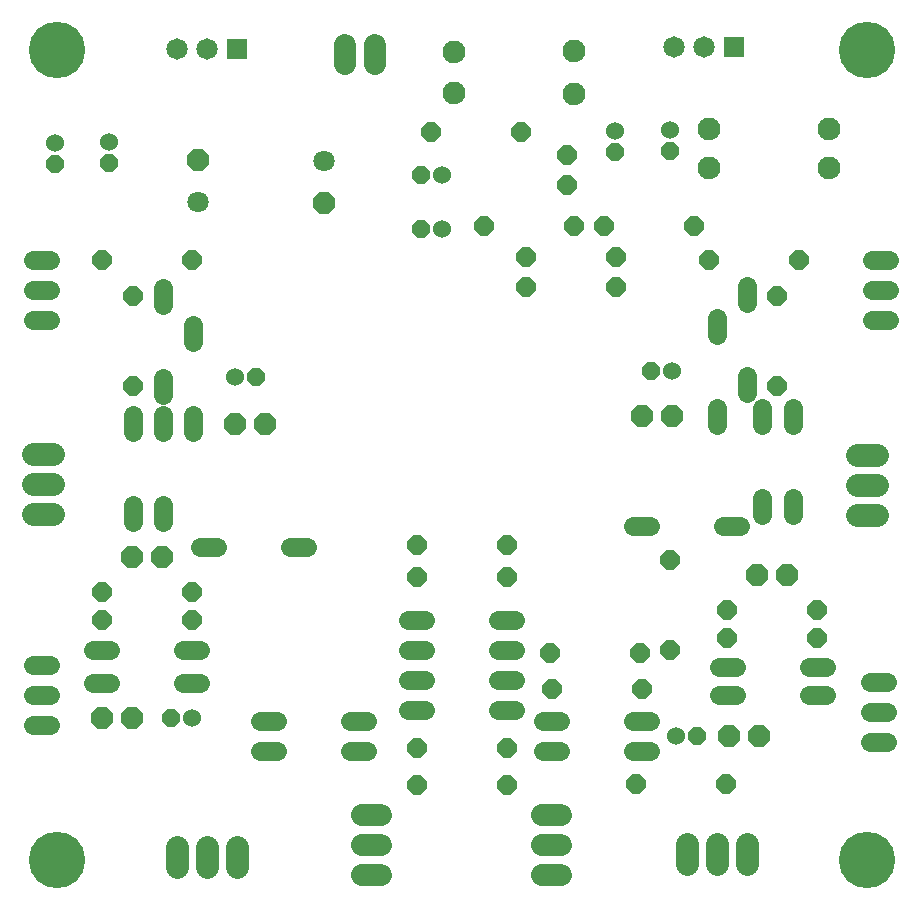
<source format=gbr>
G04 EAGLE Gerber RS-274X export*
G75*
%MOMM*%
%FSLAX34Y34*%
%LPD*%
%INSoldermask Bottom*%
%IPPOS*%
%AMOC8*
5,1,8,0,0,1.08239X$1,22.5*%
G01*
%ADD10C,4.775200*%
%ADD11C,1.930400*%
%ADD12P,1.759533X8X202.500000*%
%ADD13P,1.759533X8X22.500000*%
%ADD14R,1.812800X1.812800*%
%ADD15C,1.812800*%
%ADD16C,1.828800*%
%ADD17P,1.649562X8X292.500000*%
%ADD18C,1.524000*%
%ADD19P,1.649562X8X202.500000*%
%ADD20P,1.951982X8X112.500000*%
%ADD21C,1.803400*%
%ADD22P,1.951982X8X292.500000*%
%ADD23P,1.759533X8X292.500000*%
%ADD24C,1.625600*%
%ADD25P,1.649562X8X22.500000*%
%ADD26C,1.912800*%
%ADD27P,1.759533X8X112.500000*%
%ADD28P,1.951982X8X202.500000*%
%ADD29P,1.951982X8X22.500000*%


D10*
X38100Y38100D03*
X723900Y38100D03*
X723900Y723900D03*
X38100Y723900D03*
D11*
X374650Y722453D03*
X476250Y722807D03*
X476246Y686449D03*
X374654Y687691D03*
X692043Y624368D03*
X590443Y624368D03*
X590525Y657252D03*
X692125Y657252D03*
D12*
X476143Y574838D03*
X399943Y574838D03*
D13*
X501650Y575310D03*
X577850Y575310D03*
D12*
X511810Y523240D03*
X435610Y523240D03*
D13*
X435610Y548640D03*
X511810Y548640D03*
D12*
X431026Y654972D03*
X354826Y654972D03*
D14*
X611336Y726177D03*
D15*
X585936Y726177D03*
X560536Y726177D03*
D14*
X190500Y725170D03*
D15*
X165100Y725170D03*
X139700Y725170D03*
D16*
X307340Y728218D02*
X307340Y711962D01*
X281940Y711962D02*
X281940Y728218D01*
D17*
X510540Y637540D03*
D18*
X510540Y655320D03*
D17*
X82550Y628650D03*
D18*
X82550Y646430D03*
D19*
X346710Y572770D03*
D18*
X364490Y572770D03*
D17*
X36830Y627380D03*
D18*
X36830Y645160D03*
D17*
X557530Y638810D03*
D18*
X557530Y656590D03*
D19*
X346710Y618490D03*
D18*
X364490Y618490D03*
D20*
X157480Y631190D03*
D21*
X157480Y595630D03*
D22*
X264160Y594360D03*
D21*
X264160Y629920D03*
D23*
X469900Y635000D03*
X469900Y609600D03*
D24*
X350012Y241300D02*
X335788Y241300D01*
X335788Y215900D02*
X350012Y215900D01*
X411988Y215900D02*
X426212Y215900D01*
X426212Y241300D02*
X411988Y241300D01*
X350012Y190500D02*
X335788Y190500D01*
X335788Y165100D02*
X350012Y165100D01*
X411988Y190500D02*
X426212Y190500D01*
X426212Y165100D02*
X411988Y165100D01*
D16*
X312928Y25400D02*
X296672Y25400D01*
X296672Y50800D02*
X312928Y50800D01*
X312928Y76200D02*
X296672Y76200D01*
X449072Y25400D02*
X465328Y25400D01*
X465328Y50800D02*
X449072Y50800D01*
X449072Y76200D02*
X465328Y76200D01*
D19*
X541020Y452120D03*
D18*
X558800Y452120D03*
D25*
X207010Y447040D03*
D18*
X189230Y447040D03*
D19*
X134620Y158750D03*
D18*
X152400Y158750D03*
D25*
X580390Y143510D03*
D18*
X562610Y143510D03*
D24*
X128270Y400558D02*
X128270Y414782D01*
X128270Y338582D02*
X128270Y324358D01*
X598678Y177800D02*
X612902Y177800D01*
X674878Y177800D02*
X689102Y177800D01*
X596900Y483108D02*
X596900Y497332D01*
X596900Y421132D02*
X596900Y406908D01*
X622300Y509778D02*
X622300Y524002D01*
X622300Y447802D02*
X622300Y433578D01*
X102870Y338582D02*
X102870Y324358D01*
X102870Y400558D02*
X102870Y414782D01*
X235458Y303530D02*
X249682Y303530D01*
X173482Y303530D02*
X159258Y303530D01*
X210058Y156210D02*
X224282Y156210D01*
X286258Y156210D02*
X300482Y156210D01*
X661670Y330708D02*
X661670Y344932D01*
X661670Y406908D02*
X661670Y421132D01*
X540512Y321310D02*
X526288Y321310D01*
X602488Y321310D02*
X616712Y321310D01*
X540512Y156210D02*
X526288Y156210D01*
X464312Y156210D02*
X450088Y156210D01*
X300482Y130810D02*
X286258Y130810D01*
X224282Y130810D02*
X210058Y130810D01*
X159512Y215900D02*
X145288Y215900D01*
X83312Y215900D02*
X69088Y215900D01*
X69088Y187960D02*
X83312Y187960D01*
X145288Y187960D02*
X159512Y187960D01*
X153670Y476758D02*
X153670Y490982D01*
X153670Y414782D02*
X153670Y400558D01*
X128270Y432308D02*
X128270Y446532D01*
X128270Y508508D02*
X128270Y522732D01*
X635000Y421132D02*
X635000Y406908D01*
X635000Y344932D02*
X635000Y330708D01*
X464312Y130810D02*
X450088Y130810D01*
X526288Y130810D02*
X540512Y130810D01*
X674878Y201930D02*
X689102Y201930D01*
X612902Y201930D02*
X598678Y201930D01*
X32512Y495300D02*
X18288Y495300D01*
X18288Y546100D02*
X32512Y546100D01*
X32512Y520700D02*
X18288Y520700D01*
X18288Y152400D02*
X32512Y152400D01*
X32512Y203200D02*
X18288Y203200D01*
X18288Y177800D02*
X32512Y177800D01*
D26*
X35218Y382270D02*
X18122Y382270D01*
X18122Y356870D02*
X35218Y356870D01*
X35218Y331470D02*
X18122Y331470D01*
X139700Y49188D02*
X139700Y32092D01*
X165100Y32092D02*
X165100Y49188D01*
X190500Y49188D02*
X190500Y32092D01*
D24*
X728218Y495300D02*
X742442Y495300D01*
X742442Y546100D02*
X728218Y546100D01*
X728218Y520700D02*
X742442Y520700D01*
X741172Y138430D02*
X726948Y138430D01*
X726948Y189230D02*
X741172Y189230D01*
X741172Y163830D02*
X726948Y163830D01*
D26*
X571500Y51728D02*
X571500Y34632D01*
X596900Y34632D02*
X596900Y51728D01*
X622300Y51728D02*
X622300Y34632D01*
X715352Y330200D02*
X732448Y330200D01*
X732448Y355600D02*
X715352Y355600D01*
X715352Y381000D02*
X732448Y381000D01*
D12*
X419100Y304800D03*
X342900Y304800D03*
X532130Y213360D03*
X455930Y213360D03*
X666750Y546100D03*
X590550Y546100D03*
D27*
X647700Y439420D03*
X647700Y515620D03*
D12*
X681990Y250190D03*
X605790Y250190D03*
D27*
X557530Y215900D03*
X557530Y292100D03*
D12*
X604520Y102870D03*
X528320Y102870D03*
D13*
X605790Y226060D03*
X681990Y226060D03*
D12*
X419100Y101600D03*
X342900Y101600D03*
D13*
X76200Y546100D03*
X152400Y546100D03*
D27*
X102870Y439420D03*
X102870Y515620D03*
D13*
X76200Y265430D03*
X152400Y265430D03*
D12*
X419100Y278130D03*
X342900Y278130D03*
D13*
X342900Y133350D03*
X419100Y133350D03*
X76200Y241300D03*
X152400Y241300D03*
D12*
X533400Y182880D03*
X457200Y182880D03*
D28*
X558800Y414020D03*
X533400Y414020D03*
D29*
X631190Y279400D03*
X656590Y279400D03*
X607060Y143510D03*
X632460Y143510D03*
X189230Y407670D03*
X214630Y407670D03*
D28*
X101600Y158750D03*
X76200Y158750D03*
X127000Y294640D03*
X101600Y294640D03*
M02*

</source>
